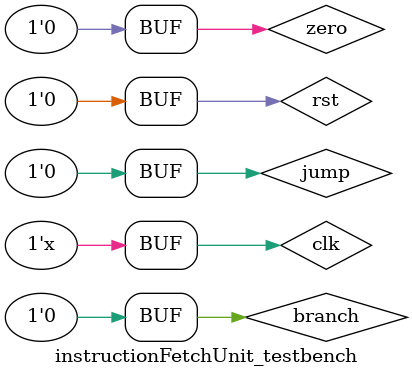
<source format=sv>
module instructionFetchUnit(Output, branch, jump, jr, zero, Da, clk, rst);
	input branch, jump, jr, zero, clk, rst;
	input [29:0] Da;
	output [31:0] Output;
	genvar i;
	
	// Program counter, b0ottom two bits are ignored
	wire [29:0] PC, signExtendResult, branchMuxResult, 
					concatResult, adderResult, jumpMuxResult, jrMuxResult;
	wire branchZeroAnd;
	wire [25:0] targetInstr = Output[25:0];
	wire [15:0] imm16 = Output[15:0];
	
	// branch/immediate result (stuff that feeds into the adder)
	signExtend16 SE (.Output(signExtendResult), .in(imm16));
	and (branchZeroAnd, branch, ~zero);
	assign concatResult = {PC[29:26], targetInstr};
	generate
		for (i=0; i<30; i++) begin : eachBit
			// Select each of the 30 bits based on AND result
			mux2_1 eachMux1 (.out(branchMuxResult[i]), .in({signExtendResult[i], 1'b0}), .sel(branchZeroAnd));
			
			mux2_1 eachMux2 (.out(jumpMuxResult[i]), .in({concatResult[i], adderResult[i]}), .sel(jump));
			
			mux2_1 eachMux3 (.out(jrMuxResult[i]), .in({Da[i], jumpMuxResult[i]}), .sel(jr));
			
			// program counter state-holding units
			D_FF bitNum (.q(PC[i]), .d(jrMuxResult[i]), .reset(rst), .clk);
		end
	endgenerate
	
	adder30carryIn adder (.Output(adderResult), .op1(PC), .op2(branchMuxResult), .CI(1'b1));

	// relay PC to instruction memory to retrieve actual instruction
	InstructionMem iunit (Output, {PC, 2'b00});
endmodule 

module instructionFetchUnit_testbench();
	reg branch, jump, jr, zero, clk, rst;
	reg [29:0] Da;
	wire [31:0] Output;
	
	parameter t = 2000;
	
	always #(t/2) clk = ~clk;
	
	instructionFetchUnit test (.Output, .branch, .jump, .zero, .clk, .rst);
	
	initial begin
		clk = 0;
		rst = 1;
		branch = 0;
		jump = 0;
		zero = 0;
		#(3*t);
		branch = 1;
		rst = 0;
		#t;
		branch = 0;
	end
endmodule 
</source>
